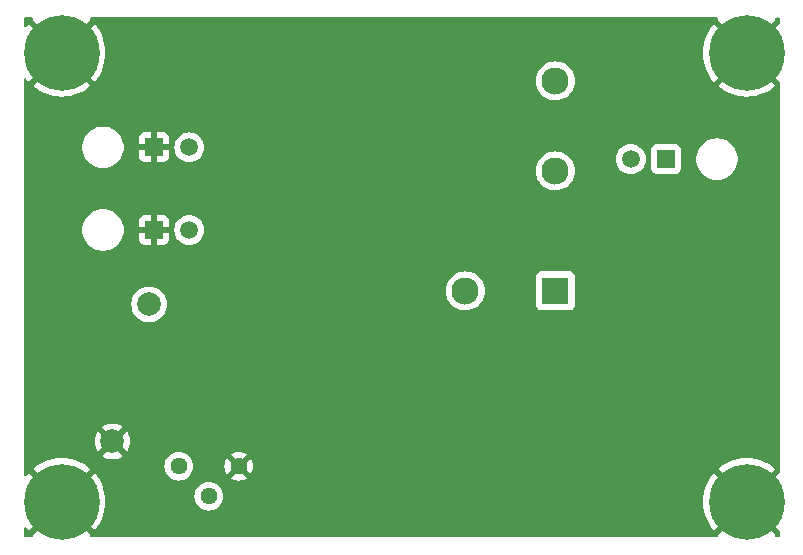
<source format=gbr>
%TF.GenerationSoftware,KiCad,Pcbnew,7.0.1*%
%TF.CreationDate,2023-05-29T21:51:14-06:00*%
%TF.ProjectId,Over_Voltage_Latch,4f766572-5f56-46f6-9c74-6167655f4c61,1*%
%TF.SameCoordinates,Original*%
%TF.FileFunction,Copper,L2,Bot*%
%TF.FilePolarity,Positive*%
%FSLAX46Y46*%
G04 Gerber Fmt 4.6, Leading zero omitted, Abs format (unit mm)*
G04 Created by KiCad (PCBNEW 7.0.1) date 2023-05-29 21:51:14*
%MOMM*%
%LPD*%
G01*
G04 APERTURE LIST*
%TA.AperFunction,ComponentPad*%
%ADD10C,0.800000*%
%TD*%
%TA.AperFunction,ComponentPad*%
%ADD11C,6.400000*%
%TD*%
%TA.AperFunction,ComponentPad*%
%ADD12C,2.000000*%
%TD*%
%TA.AperFunction,ComponentPad*%
%ADD13R,2.300000X2.300000*%
%TD*%
%TA.AperFunction,ComponentPad*%
%ADD14C,2.300000*%
%TD*%
%TA.AperFunction,ComponentPad*%
%ADD15R,1.520000X1.520000*%
%TD*%
%TA.AperFunction,ComponentPad*%
%ADD16C,1.520000*%
%TD*%
%TA.AperFunction,ComponentPad*%
%ADD17C,1.440000*%
%TD*%
%TA.AperFunction,ViaPad*%
%ADD18C,0.800000*%
%TD*%
G04 APERTURE END LIST*
D10*
%TO.P,H1,1,1*%
%TO.N,GND*%
X110800000Y-83000000D03*
X111502944Y-81302944D03*
X111502944Y-84697056D03*
X113200000Y-80600000D03*
D11*
X113200000Y-83000000D03*
D10*
X113200000Y-85400000D03*
X114897056Y-81302944D03*
X114897056Y-84697056D03*
X115600000Y-83000000D03*
%TD*%
D12*
%TO.P,TP2,1,1*%
%TO.N,GND*%
X117500000Y-115900000D03*
%TD*%
D13*
%TO.P,K1,1*%
%TO.N,Net-(D1-A)*%
X155000000Y-103160000D03*
D14*
%TO.P,K1,2*%
%TO.N,Net-(J3-Pin_2)*%
X155000000Y-93000000D03*
%TO.P,K1,3*%
%TO.N,Net-(J3-Pin_1)*%
X155000000Y-85380000D03*
%TO.P,K1,5*%
%TO.N,+12V*%
X147380000Y-103160000D03*
%TD*%
D10*
%TO.P,H2,1,1*%
%TO.N,GND*%
X110800000Y-121000000D03*
X111502944Y-119302944D03*
X111502944Y-122697056D03*
X113200000Y-118600000D03*
D11*
X113200000Y-121000000D03*
D10*
X113200000Y-123400000D03*
X114897056Y-119302944D03*
X114897056Y-122697056D03*
X115600000Y-121000000D03*
%TD*%
D15*
%TO.P,J3,1,Pin_1*%
%TO.N,Net-(J3-Pin_1)*%
X164390000Y-92000000D03*
D16*
%TO.P,J3,2,Pin_2*%
%TO.N,Net-(J3-Pin_2)*%
X161390000Y-92000000D03*
%TD*%
D10*
%TO.P,H4,1,1*%
%TO.N,GND*%
X168800000Y-121000000D03*
X169502944Y-119302944D03*
X169502944Y-122697056D03*
X171200000Y-118600000D03*
D11*
X171200000Y-121000000D03*
D10*
X171200000Y-123400000D03*
X172897056Y-119302944D03*
X172897056Y-122697056D03*
X173600000Y-121000000D03*
%TD*%
%TO.P,H3,1,1*%
%TO.N,GND*%
X168800000Y-83000000D03*
X169502944Y-81302944D03*
X169502944Y-84697056D03*
X171200000Y-80600000D03*
D11*
X171200000Y-83000000D03*
D10*
X171200000Y-85400000D03*
X172897056Y-81302944D03*
X172897056Y-84697056D03*
X173600000Y-83000000D03*
%TD*%
D17*
%TO.P,RV1,1,1*%
%TO.N,GND*%
X128200000Y-118000000D03*
%TO.P,RV1,2,2*%
%TO.N,Net-(U1-+)*%
X125660000Y-120540000D03*
%TO.P,RV1,3,3*%
%TO.N,Net-(U2-K)*%
X123120000Y-118000000D03*
%TD*%
D15*
%TO.P,J2,1,Pin_1*%
%TO.N,GND*%
X121010000Y-98000000D03*
D16*
%TO.P,J2,2,Pin_2*%
%TO.N,Net-(J2-Pin_2)*%
X124010000Y-98000000D03*
%TD*%
D12*
%TO.P,TP1,1,1*%
%TO.N,Net-(U1-+)*%
X120600000Y-104300000D03*
%TD*%
D15*
%TO.P,J1,1,Pin_1*%
%TO.N,GND*%
X121010000Y-91000000D03*
D16*
%TO.P,J1,2,Pin_2*%
%TO.N,+12V*%
X124010000Y-91000000D03*
%TD*%
D18*
%TO.N,GND*%
X155200000Y-112000000D03*
X135200000Y-97000000D03*
X128700000Y-92700000D03*
X126200000Y-105500000D03*
X143800000Y-101500000D03*
X126300000Y-112100000D03*
X124100000Y-82400000D03*
X132900000Y-103200000D03*
X140700000Y-104900000D03*
X123400000Y-114900000D03*
X138700000Y-99000000D03*
X148400000Y-117200000D03*
%TD*%
%TA.AperFunction,Conductor*%
%TO.N,GND*%
G36*
X110733761Y-80014718D02*
G01*
X110778447Y-80055380D01*
X110798615Y-80112331D01*
X110789476Y-80172053D01*
X110764985Y-80204670D01*
X110764648Y-80211096D01*
X113200000Y-82646447D01*
X113200001Y-82646447D01*
X115635350Y-80211096D01*
X115635013Y-80204670D01*
X115610523Y-80172053D01*
X115601384Y-80112331D01*
X115621552Y-80055380D01*
X115666238Y-80014718D01*
X115724834Y-80000000D01*
X168675165Y-80000000D01*
X168733761Y-80014718D01*
X168778447Y-80055380D01*
X168798615Y-80112331D01*
X168789476Y-80172053D01*
X168764985Y-80204670D01*
X168764648Y-80211096D01*
X171200000Y-82646447D01*
X171200001Y-82646447D01*
X173635350Y-80211096D01*
X173635013Y-80204670D01*
X173610523Y-80172053D01*
X173601384Y-80112331D01*
X173621552Y-80055380D01*
X173666238Y-80014718D01*
X173724834Y-80000000D01*
X173876000Y-80000000D01*
X173938000Y-80016613D01*
X173983387Y-80062000D01*
X174000000Y-80124000D01*
X174000000Y-80502189D01*
X173990561Y-80549642D01*
X173963681Y-80589870D01*
X171553553Y-83000000D01*
X173963681Y-85410129D01*
X173990561Y-85450357D01*
X174000000Y-85497810D01*
X174000000Y-118502189D01*
X173990561Y-118549642D01*
X173963681Y-118589870D01*
X171553553Y-121000000D01*
X173963681Y-123410129D01*
X173990561Y-123450357D01*
X174000000Y-123497810D01*
X174000000Y-123876000D01*
X173983387Y-123938000D01*
X173938000Y-123983387D01*
X173876000Y-124000000D01*
X173724832Y-124000000D01*
X173666236Y-123985282D01*
X173621550Y-123944621D01*
X173601382Y-123887669D01*
X173610521Y-123827948D01*
X173635013Y-123795327D01*
X173635350Y-123788903D01*
X171200000Y-121353553D01*
X168764648Y-123788903D01*
X168764985Y-123795329D01*
X168789477Y-123827948D01*
X168798616Y-123887669D01*
X168778448Y-123944620D01*
X168733762Y-123985282D01*
X168675166Y-124000000D01*
X115724832Y-124000000D01*
X115666236Y-123985282D01*
X115621550Y-123944621D01*
X115601382Y-123887669D01*
X115610521Y-123827948D01*
X115635013Y-123795327D01*
X115635350Y-123788903D01*
X113200000Y-121353553D01*
X110764648Y-123788903D01*
X110764985Y-123795329D01*
X110789477Y-123827948D01*
X110798616Y-123887669D01*
X110778448Y-123944620D01*
X110733762Y-123985282D01*
X110675166Y-124000000D01*
X110124000Y-124000000D01*
X110062000Y-123983387D01*
X110016613Y-123938000D01*
X110000000Y-123876000D01*
X110000000Y-123277853D01*
X110014718Y-123219257D01*
X110055380Y-123174571D01*
X110112331Y-123154403D01*
X110172052Y-123163542D01*
X110220366Y-123199818D01*
X110411095Y-123435350D01*
X110411096Y-123435350D01*
X112846447Y-121000001D01*
X112846447Y-121000000D01*
X113553553Y-121000000D01*
X115988902Y-123435349D01*
X116197473Y-123177786D01*
X116408690Y-122852543D01*
X116584757Y-122506990D01*
X116723739Y-122144931D01*
X116824114Y-121770325D01*
X116884780Y-121387288D01*
X116905077Y-121000000D01*
X116884780Y-120612711D01*
X116873264Y-120539999D01*
X124434837Y-120539999D01*
X124453450Y-120752744D01*
X124508724Y-120959031D01*
X124598979Y-121152582D01*
X124721471Y-121327520D01*
X124872479Y-121478528D01*
X125047417Y-121601020D01*
X125047418Y-121601020D01*
X125047419Y-121601021D01*
X125240970Y-121691276D01*
X125447253Y-121746549D01*
X125660000Y-121765162D01*
X125872747Y-121746549D01*
X126079030Y-121691276D01*
X126272581Y-121601021D01*
X126447519Y-121478529D01*
X126598529Y-121327519D01*
X126721021Y-121152581D01*
X126792171Y-121000000D01*
X167494922Y-121000000D01*
X167515219Y-121387288D01*
X167575885Y-121770325D01*
X167676260Y-122144931D01*
X167815242Y-122506990D01*
X167991309Y-122852543D01*
X168202530Y-123177792D01*
X168411095Y-123435350D01*
X168411096Y-123435350D01*
X170846447Y-121000001D01*
X170846447Y-121000000D01*
X168411096Y-118564648D01*
X168202526Y-118822214D01*
X167991309Y-119147456D01*
X167815242Y-119493009D01*
X167676260Y-119855068D01*
X167575885Y-120229674D01*
X167515219Y-120612711D01*
X167494922Y-121000000D01*
X126792171Y-121000000D01*
X126811276Y-120959030D01*
X126866549Y-120752747D01*
X126885162Y-120540000D01*
X126866549Y-120327253D01*
X126811276Y-120120970D01*
X126721021Y-119927419D01*
X126598529Y-119752481D01*
X126598528Y-119752479D01*
X126447520Y-119601471D01*
X126272582Y-119478979D01*
X126079031Y-119388724D01*
X125872744Y-119333450D01*
X125660000Y-119314837D01*
X125447255Y-119333450D01*
X125240968Y-119388724D01*
X125047417Y-119478979D01*
X124872479Y-119601471D01*
X124721471Y-119752479D01*
X124598979Y-119927417D01*
X124508724Y-120120968D01*
X124453450Y-120327255D01*
X124434837Y-120539999D01*
X116873264Y-120539999D01*
X116824114Y-120229674D01*
X116723739Y-119855068D01*
X116584757Y-119493009D01*
X116408690Y-119147456D01*
X116197469Y-118822207D01*
X115988904Y-118564649D01*
X115988903Y-118564648D01*
X113553553Y-121000000D01*
X112846447Y-121000000D01*
X110411096Y-118564648D01*
X110220367Y-118800182D01*
X110172052Y-118836458D01*
X110112331Y-118845597D01*
X110055380Y-118825429D01*
X110014718Y-118780743D01*
X110000000Y-118722147D01*
X110000000Y-118211096D01*
X110764648Y-118211096D01*
X113200000Y-120646447D01*
X113200001Y-120646447D01*
X115635350Y-118211096D01*
X115635350Y-118211095D01*
X115377792Y-118002530D01*
X115373896Y-118000000D01*
X121894837Y-118000000D01*
X121913450Y-118212744D01*
X121968724Y-118419031D01*
X122058979Y-118612582D01*
X122181471Y-118787520D01*
X122332479Y-118938528D01*
X122507417Y-119061020D01*
X122507418Y-119061020D01*
X122507419Y-119061021D01*
X122700970Y-119151276D01*
X122907253Y-119206549D01*
X123120000Y-119225162D01*
X123332747Y-119206549D01*
X123539030Y-119151276D01*
X123732581Y-119061021D01*
X123788905Y-119021583D01*
X127531967Y-119021583D01*
X127587670Y-119060587D01*
X127781138Y-119150802D01*
X127987342Y-119206055D01*
X128200000Y-119224660D01*
X128412657Y-119206055D01*
X128618861Y-119150802D01*
X128812325Y-119060589D01*
X128868030Y-119021583D01*
X128200001Y-118353553D01*
X128200000Y-118353553D01*
X127531967Y-119021583D01*
X123788905Y-119021583D01*
X123907519Y-118938529D01*
X124058529Y-118787519D01*
X124181021Y-118612581D01*
X124271276Y-118419030D01*
X124326549Y-118212747D01*
X124345162Y-118000000D01*
X124345162Y-117999999D01*
X126975339Y-117999999D01*
X126993944Y-118212657D01*
X127049197Y-118418861D01*
X127139410Y-118612326D01*
X127178415Y-118668030D01*
X127178416Y-118668031D01*
X127846447Y-118000001D01*
X128553553Y-118000001D01*
X129221583Y-118668030D01*
X129260589Y-118612325D01*
X129350802Y-118418861D01*
X129406055Y-118212657D01*
X129406192Y-118211096D01*
X168764648Y-118211096D01*
X171200000Y-120646447D01*
X171200001Y-120646447D01*
X173635350Y-118211096D01*
X173635350Y-118211095D01*
X173377792Y-118002530D01*
X173052543Y-117791309D01*
X172706990Y-117615242D01*
X172344931Y-117476260D01*
X171970325Y-117375885D01*
X171587288Y-117315219D01*
X171200000Y-117294922D01*
X170812711Y-117315219D01*
X170429674Y-117375885D01*
X170055068Y-117476260D01*
X169693009Y-117615242D01*
X169347456Y-117791309D01*
X169022214Y-118002526D01*
X168764648Y-118211096D01*
X129406192Y-118211096D01*
X129424660Y-117999999D01*
X129406055Y-117787342D01*
X129350802Y-117581138D01*
X129260587Y-117387670D01*
X129221583Y-117331967D01*
X128553553Y-118000000D01*
X128553553Y-118000001D01*
X127846447Y-118000001D01*
X127846447Y-117999999D01*
X127178415Y-117331967D01*
X127178414Y-117331967D01*
X127139411Y-117387672D01*
X127049197Y-117581138D01*
X126993944Y-117787342D01*
X126975339Y-117999999D01*
X124345162Y-117999999D01*
X124326549Y-117787253D01*
X124271276Y-117580970D01*
X124181021Y-117387419D01*
X124142193Y-117331967D01*
X124058528Y-117212479D01*
X123907520Y-117061471D01*
X123788901Y-116978414D01*
X127531967Y-116978414D01*
X128200000Y-117646447D01*
X128200001Y-117646447D01*
X128868031Y-116978416D01*
X128868030Y-116978415D01*
X128812326Y-116939410D01*
X128618861Y-116849197D01*
X128412657Y-116793944D01*
X128200000Y-116775339D01*
X127987342Y-116793944D01*
X127781138Y-116849197D01*
X127587672Y-116939411D01*
X127531967Y-116978414D01*
X123788901Y-116978414D01*
X123732582Y-116938979D01*
X123539031Y-116848724D01*
X123332744Y-116793450D01*
X123120000Y-116774837D01*
X122907255Y-116793450D01*
X122700968Y-116848724D01*
X122507417Y-116938979D01*
X122332479Y-117061471D01*
X122181471Y-117212479D01*
X122058979Y-117387417D01*
X121968724Y-117580968D01*
X121913450Y-117787255D01*
X121894837Y-118000000D01*
X115373896Y-118000000D01*
X115052543Y-117791309D01*
X114706990Y-117615242D01*
X114344931Y-117476260D01*
X113970325Y-117375885D01*
X113587288Y-117315219D01*
X113200000Y-117294922D01*
X112812711Y-117315219D01*
X112429674Y-117375885D01*
X112055068Y-117476260D01*
X111693009Y-117615242D01*
X111347456Y-117791309D01*
X111022214Y-118002526D01*
X110764648Y-118211096D01*
X110000000Y-118211096D01*
X110000000Y-117123610D01*
X116629942Y-117123610D01*
X116676766Y-117160055D01*
X116895393Y-117278368D01*
X117130506Y-117359083D01*
X117375707Y-117400000D01*
X117624293Y-117400000D01*
X117869493Y-117359083D01*
X118104606Y-117278368D01*
X118323233Y-117160053D01*
X118370056Y-117123609D01*
X117500000Y-116253553D01*
X116629942Y-117123609D01*
X116629942Y-117123610D01*
X110000000Y-117123610D01*
X110000000Y-115900000D01*
X115994858Y-115900000D01*
X116015386Y-116147732D01*
X116076413Y-116388721D01*
X116176268Y-116616370D01*
X116276563Y-116769882D01*
X116276564Y-116769882D01*
X117146447Y-115900001D01*
X117853553Y-115900001D01*
X118723434Y-116769882D01*
X118823730Y-116616369D01*
X118923586Y-116388721D01*
X118984613Y-116147732D01*
X119005141Y-115900000D01*
X118984613Y-115652267D01*
X118923586Y-115411278D01*
X118823730Y-115183630D01*
X118723434Y-115030116D01*
X117853553Y-115900000D01*
X117853553Y-115900001D01*
X117146447Y-115900001D01*
X117146447Y-115900000D01*
X116276564Y-115030116D01*
X116176266Y-115183634D01*
X116076413Y-115411278D01*
X116015386Y-115652267D01*
X115994858Y-115900000D01*
X110000000Y-115900000D01*
X110000000Y-114676390D01*
X116629942Y-114676390D01*
X117500000Y-115546447D01*
X117500001Y-115546447D01*
X118370057Y-114676390D01*
X118370056Y-114676388D01*
X118323235Y-114639947D01*
X118104606Y-114521631D01*
X117869493Y-114440916D01*
X117624293Y-114400000D01*
X117375707Y-114400000D01*
X117130506Y-114440916D01*
X116895393Y-114521631D01*
X116676764Y-114639946D01*
X116629942Y-114676388D01*
X116629942Y-114676390D01*
X110000000Y-114676390D01*
X110000000Y-104299999D01*
X119094356Y-104299999D01*
X119114891Y-104547816D01*
X119114891Y-104547819D01*
X119114892Y-104547821D01*
X119175937Y-104788881D01*
X119187659Y-104815604D01*
X119275825Y-105016604D01*
X119275827Y-105016607D01*
X119411836Y-105224785D01*
X119580256Y-105407738D01*
X119580259Y-105407740D01*
X119776485Y-105560470D01*
X119776487Y-105560471D01*
X119776491Y-105560474D01*
X119995190Y-105678828D01*
X120230386Y-105759571D01*
X120475665Y-105800500D01*
X120724335Y-105800500D01*
X120969614Y-105759571D01*
X121204810Y-105678828D01*
X121423509Y-105560474D01*
X121619744Y-105407738D01*
X121788164Y-105224785D01*
X121924173Y-105016607D01*
X122024063Y-104788881D01*
X122085108Y-104547821D01*
X122105643Y-104300000D01*
X122085108Y-104052179D01*
X122024063Y-103811119D01*
X121924173Y-103583393D01*
X121788164Y-103375215D01*
X121619744Y-103192262D01*
X121578294Y-103160000D01*
X145724396Y-103160000D01*
X145744779Y-103418995D01*
X145805426Y-103671610D01*
X145863213Y-103811117D01*
X145904846Y-103911628D01*
X145990978Y-104052183D01*
X146040590Y-104133143D01*
X146107567Y-104211563D01*
X146209311Y-104330689D01*
X146406860Y-104499412D01*
X146628372Y-104635154D01*
X146808385Y-104709718D01*
X146868389Y-104734573D01*
X146948197Y-104753733D01*
X147121006Y-104795221D01*
X147380000Y-104815604D01*
X147638994Y-104795221D01*
X147891610Y-104734573D01*
X148131628Y-104635154D01*
X148353140Y-104499412D01*
X148518865Y-104357869D01*
X153349500Y-104357869D01*
X153355909Y-104417483D01*
X153406204Y-104552331D01*
X153492454Y-104667546D01*
X153607669Y-104753796D01*
X153742517Y-104804091D01*
X153802127Y-104810500D01*
X156197872Y-104810499D01*
X156257483Y-104804091D01*
X156392331Y-104753796D01*
X156507546Y-104667546D01*
X156593796Y-104552331D01*
X156644091Y-104417483D01*
X156650500Y-104357873D01*
X156650499Y-101962128D01*
X156644091Y-101902517D01*
X156593796Y-101767669D01*
X156507546Y-101652454D01*
X156392331Y-101566204D01*
X156257483Y-101515909D01*
X156197873Y-101509500D01*
X156197869Y-101509500D01*
X153802130Y-101509500D01*
X153742515Y-101515909D01*
X153607669Y-101566204D01*
X153492454Y-101652454D01*
X153406204Y-101767668D01*
X153355909Y-101902516D01*
X153349500Y-101962130D01*
X153349500Y-104357869D01*
X148518865Y-104357869D01*
X148550689Y-104330689D01*
X148719412Y-104133140D01*
X148855154Y-103911628D01*
X148954573Y-103671610D01*
X149015221Y-103418994D01*
X149035604Y-103160000D01*
X149015221Y-102901006D01*
X148954573Y-102648390D01*
X148855154Y-102408372D01*
X148719412Y-102186860D01*
X148550689Y-101989311D01*
X148431563Y-101887567D01*
X148353143Y-101820590D01*
X148353140Y-101820588D01*
X148131628Y-101684846D01*
X148036470Y-101645430D01*
X147891610Y-101585426D01*
X147638995Y-101524779D01*
X147380000Y-101504396D01*
X147121004Y-101524779D01*
X146868389Y-101585426D01*
X146663524Y-101670285D01*
X146628372Y-101684846D01*
X146484359Y-101773096D01*
X146406856Y-101820590D01*
X146209311Y-101989311D01*
X146040590Y-102186856D01*
X146040588Y-102186860D01*
X145904846Y-102408372D01*
X145904845Y-102408375D01*
X145805426Y-102648389D01*
X145744779Y-102901004D01*
X145724396Y-103160000D01*
X121578294Y-103160000D01*
X121423514Y-103039529D01*
X121423510Y-103039526D01*
X121423509Y-103039526D01*
X121204810Y-102921172D01*
X121204806Y-102921170D01*
X121204805Y-102921170D01*
X120969615Y-102840429D01*
X120724335Y-102799500D01*
X120475665Y-102799500D01*
X120230384Y-102840429D01*
X119995194Y-102921170D01*
X119776485Y-103039529D01*
X119580259Y-103192259D01*
X119411837Y-103375214D01*
X119275825Y-103583395D01*
X119175938Y-103811117D01*
X119114891Y-104052183D01*
X119094356Y-104299999D01*
X110000000Y-104299999D01*
X110000000Y-98131182D01*
X114959500Y-98131182D01*
X114998604Y-98390615D01*
X115075937Y-98641323D01*
X115189772Y-98877704D01*
X115325766Y-99077170D01*
X115337571Y-99094485D01*
X115496079Y-99265315D01*
X115516019Y-99286805D01*
X115721143Y-99450386D01*
X115948357Y-99581568D01*
X116192584Y-99677420D01*
X116448370Y-99735802D01*
X116504408Y-99740001D01*
X116644501Y-99750500D01*
X116644506Y-99750500D01*
X116775494Y-99750500D01*
X116775499Y-99750500D01*
X116898079Y-99741313D01*
X116971630Y-99735802D01*
X117227416Y-99677420D01*
X117471643Y-99581568D01*
X117698857Y-99450386D01*
X117903981Y-99286805D01*
X118003273Y-99179792D01*
X118082428Y-99094485D01*
X118082429Y-99094482D01*
X118082433Y-99094479D01*
X118230228Y-98877704D01*
X118344063Y-98641323D01*
X118421396Y-98390615D01*
X118442591Y-98250000D01*
X119750000Y-98250000D01*
X119750000Y-98807824D01*
X119756402Y-98867375D01*
X119806647Y-99002089D01*
X119892811Y-99117188D01*
X120007910Y-99203352D01*
X120142624Y-99253597D01*
X120202176Y-99260000D01*
X120760000Y-99260000D01*
X120760000Y-98250000D01*
X121260000Y-98250000D01*
X121260000Y-99260000D01*
X121817824Y-99260000D01*
X121877375Y-99253597D01*
X122012089Y-99203352D01*
X122127188Y-99117188D01*
X122213352Y-99002089D01*
X122263597Y-98867375D01*
X122270000Y-98807824D01*
X122270000Y-98250000D01*
X121260000Y-98250000D01*
X120760000Y-98250000D01*
X119750000Y-98250000D01*
X118442591Y-98250000D01*
X118460500Y-98131182D01*
X118460500Y-97999999D01*
X122744684Y-97999999D01*
X122763907Y-98219717D01*
X122792450Y-98326241D01*
X122809699Y-98390615D01*
X122820994Y-98432766D01*
X122914204Y-98632657D01*
X122920272Y-98641323D01*
X123040712Y-98813329D01*
X123196671Y-98969288D01*
X123377342Y-99095795D01*
X123577237Y-99189007D01*
X123790280Y-99246092D01*
X124010000Y-99265315D01*
X124229720Y-99246092D01*
X124442763Y-99189007D01*
X124642658Y-99095795D01*
X124823329Y-98969288D01*
X124979288Y-98813329D01*
X125105795Y-98632658D01*
X125199007Y-98432763D01*
X125256092Y-98219720D01*
X125275315Y-98000000D01*
X125256092Y-97780280D01*
X125199007Y-97567237D01*
X125105795Y-97367343D01*
X124983143Y-97192176D01*
X124979288Y-97186670D01*
X124823329Y-97030712D01*
X124642657Y-96904204D01*
X124442766Y-96810994D01*
X124442763Y-96810993D01*
X124336241Y-96782450D01*
X124229717Y-96753907D01*
X124010000Y-96734684D01*
X123790282Y-96753907D01*
X123577235Y-96810993D01*
X123377341Y-96904205D01*
X123196669Y-97030712D01*
X123040712Y-97186669D01*
X122914205Y-97367341D01*
X122820993Y-97567235D01*
X122763907Y-97780282D01*
X122744684Y-97999999D01*
X118460500Y-97999999D01*
X118460500Y-97868818D01*
X118442591Y-97750000D01*
X119750000Y-97750000D01*
X120760000Y-97750000D01*
X120760000Y-96740000D01*
X121260000Y-96740000D01*
X121260000Y-97750000D01*
X122270000Y-97750000D01*
X122270000Y-97192176D01*
X122263597Y-97132624D01*
X122213352Y-96997910D01*
X122127188Y-96882811D01*
X122012089Y-96796647D01*
X121877375Y-96746402D01*
X121817824Y-96740000D01*
X121260000Y-96740000D01*
X120760000Y-96740000D01*
X120202176Y-96740000D01*
X120142624Y-96746402D01*
X120007910Y-96796647D01*
X119892811Y-96882811D01*
X119806647Y-96997910D01*
X119756402Y-97132624D01*
X119750000Y-97192176D01*
X119750000Y-97750000D01*
X118442591Y-97750000D01*
X118421396Y-97609385D01*
X118344063Y-97358677D01*
X118230228Y-97122296D01*
X118082433Y-96905521D01*
X118082432Y-96905520D01*
X118082428Y-96905514D01*
X117903984Y-96713198D01*
X117903983Y-96713197D01*
X117903981Y-96713195D01*
X117698857Y-96549614D01*
X117698856Y-96549613D01*
X117471641Y-96418431D01*
X117227418Y-96322580D01*
X116971627Y-96264197D01*
X116775499Y-96249500D01*
X116775494Y-96249500D01*
X116644506Y-96249500D01*
X116644501Y-96249500D01*
X116448372Y-96264197D01*
X116192581Y-96322580D01*
X115948358Y-96418431D01*
X115721143Y-96549613D01*
X115516015Y-96713198D01*
X115337571Y-96905514D01*
X115274577Y-96997910D01*
X115189772Y-97122296D01*
X115075937Y-97358677D01*
X114998604Y-97609385D01*
X114959500Y-97868818D01*
X114959500Y-98131182D01*
X110000000Y-98131182D01*
X110000000Y-93000000D01*
X153344396Y-93000000D01*
X153364779Y-93258995D01*
X153425426Y-93511610D01*
X153485430Y-93656470D01*
X153524846Y-93751628D01*
X153660588Y-93973140D01*
X153660590Y-93973143D01*
X153727567Y-94051563D01*
X153829311Y-94170689D01*
X154026860Y-94339412D01*
X154248372Y-94475154D01*
X154428385Y-94549718D01*
X154488389Y-94574573D01*
X154568197Y-94593733D01*
X154741006Y-94635221D01*
X155000000Y-94655604D01*
X155258994Y-94635221D01*
X155511610Y-94574573D01*
X155751628Y-94475154D01*
X155973140Y-94339412D01*
X156170689Y-94170689D01*
X156339412Y-93973140D01*
X156475154Y-93751628D01*
X156574573Y-93511610D01*
X156635221Y-93258994D01*
X156655604Y-93000000D01*
X156635221Y-92741006D01*
X156574573Y-92488390D01*
X156551531Y-92432763D01*
X156534073Y-92390615D01*
X156475154Y-92248372D01*
X156339412Y-92026860D01*
X156316471Y-92000000D01*
X160124684Y-92000000D01*
X160143907Y-92219717D01*
X160143908Y-92219720D01*
X160189699Y-92390615D01*
X160200994Y-92432766D01*
X160294204Y-92632657D01*
X160370071Y-92741006D01*
X160420712Y-92813329D01*
X160576671Y-92969288D01*
X160757342Y-93095795D01*
X160957237Y-93189007D01*
X161170280Y-93246092D01*
X161390000Y-93265315D01*
X161609720Y-93246092D01*
X161822763Y-93189007D01*
X162022658Y-93095795D01*
X162203329Y-92969288D01*
X162359288Y-92813329D01*
X162363111Y-92807869D01*
X163129500Y-92807869D01*
X163135909Y-92867483D01*
X163186204Y-93002331D01*
X163272454Y-93117546D01*
X163387669Y-93203796D01*
X163522517Y-93254091D01*
X163582127Y-93260500D01*
X165197872Y-93260499D01*
X165257483Y-93254091D01*
X165392331Y-93203796D01*
X165507546Y-93117546D01*
X165593796Y-93002331D01*
X165644091Y-92867483D01*
X165650500Y-92807873D01*
X165650500Y-92131182D01*
X166939500Y-92131182D01*
X166978604Y-92390615D01*
X167055937Y-92641323D01*
X167169772Y-92877704D01*
X167305766Y-93077170D01*
X167317571Y-93094485D01*
X167476079Y-93265315D01*
X167496019Y-93286805D01*
X167701143Y-93450386D01*
X167928357Y-93581568D01*
X168172584Y-93677420D01*
X168428370Y-93735802D01*
X168484408Y-93740001D01*
X168624501Y-93750500D01*
X168624506Y-93750500D01*
X168755494Y-93750500D01*
X168755499Y-93750500D01*
X168878078Y-93741313D01*
X168951630Y-93735802D01*
X169207416Y-93677420D01*
X169451643Y-93581568D01*
X169678857Y-93450386D01*
X169883981Y-93286805D01*
X170061212Y-93095795D01*
X170062428Y-93094485D01*
X170062429Y-93094482D01*
X170062433Y-93094479D01*
X170210228Y-92877704D01*
X170324063Y-92641323D01*
X170401396Y-92390615D01*
X170440500Y-92131182D01*
X170440500Y-91868818D01*
X170401396Y-91609385D01*
X170324063Y-91358677D01*
X170210228Y-91122296D01*
X170062433Y-90905521D01*
X170062432Y-90905520D01*
X170062428Y-90905514D01*
X169883984Y-90713198D01*
X169883983Y-90713197D01*
X169883981Y-90713195D01*
X169678857Y-90549614D01*
X169678856Y-90549613D01*
X169451641Y-90418431D01*
X169207418Y-90322580D01*
X168951627Y-90264197D01*
X168755499Y-90249500D01*
X168755494Y-90249500D01*
X168624506Y-90249500D01*
X168624501Y-90249500D01*
X168428372Y-90264197D01*
X168172581Y-90322580D01*
X167928358Y-90418431D01*
X167701143Y-90549613D01*
X167496015Y-90713198D01*
X167317571Y-90905514D01*
X167254742Y-90997668D01*
X167169772Y-91122296D01*
X167055937Y-91358677D01*
X166978604Y-91609385D01*
X166939500Y-91868818D01*
X166939500Y-92131182D01*
X165650500Y-92131182D01*
X165650499Y-91192128D01*
X165644091Y-91132517D01*
X165593796Y-90997669D01*
X165507546Y-90882454D01*
X165392331Y-90796204D01*
X165257483Y-90745909D01*
X165197873Y-90739500D01*
X165197869Y-90739500D01*
X163582130Y-90739500D01*
X163522515Y-90745909D01*
X163387669Y-90796204D01*
X163272454Y-90882454D01*
X163186204Y-90997668D01*
X163135909Y-91132516D01*
X163129500Y-91192130D01*
X163129500Y-92807869D01*
X162363111Y-92807869D01*
X162485795Y-92632658D01*
X162579007Y-92432763D01*
X162636092Y-92219720D01*
X162655315Y-92000000D01*
X162636092Y-91780280D01*
X162579007Y-91567237D01*
X162485795Y-91367343D01*
X162479727Y-91358677D01*
X162359288Y-91186670D01*
X162203329Y-91030712D01*
X162022657Y-90904204D01*
X161822766Y-90810994D01*
X161822763Y-90810993D01*
X161708141Y-90780280D01*
X161609717Y-90753907D01*
X161390000Y-90734684D01*
X161170282Y-90753907D01*
X160957235Y-90810993D01*
X160757341Y-90904205D01*
X160576669Y-91030712D01*
X160420712Y-91186669D01*
X160294205Y-91367341D01*
X160200993Y-91567235D01*
X160143907Y-91780282D01*
X160124684Y-92000000D01*
X156316471Y-92000000D01*
X156289813Y-91968787D01*
X156170689Y-91829311D01*
X156051563Y-91727567D01*
X155973143Y-91660590D01*
X155941702Y-91641323D01*
X155751628Y-91524846D01*
X155656470Y-91485430D01*
X155511610Y-91425426D01*
X155258995Y-91364779D01*
X155000000Y-91344396D01*
X154741004Y-91364779D01*
X154488389Y-91425426D01*
X154283524Y-91510285D01*
X154248372Y-91524846D01*
X154110416Y-91609385D01*
X154026856Y-91660590D01*
X153829311Y-91829311D01*
X153660590Y-92026856D01*
X153660588Y-92026860D01*
X153524846Y-92248372D01*
X153524845Y-92248375D01*
X153425426Y-92488389D01*
X153364779Y-92741004D01*
X153344396Y-93000000D01*
X110000000Y-93000000D01*
X110000000Y-91131182D01*
X114959500Y-91131182D01*
X114998604Y-91390615D01*
X115075937Y-91641323D01*
X115189772Y-91877704D01*
X115291465Y-92026860D01*
X115337571Y-92094485D01*
X115496079Y-92265315D01*
X115516019Y-92286805D01*
X115721143Y-92450386D01*
X115948357Y-92581568D01*
X116192584Y-92677420D01*
X116448370Y-92735802D01*
X116504408Y-92740001D01*
X116644501Y-92750500D01*
X116644506Y-92750500D01*
X116775494Y-92750500D01*
X116775499Y-92750500D01*
X116902212Y-92741004D01*
X116971630Y-92735802D01*
X117227416Y-92677420D01*
X117471643Y-92581568D01*
X117698857Y-92450386D01*
X117903981Y-92286805D01*
X118048378Y-92131182D01*
X118082428Y-92094485D01*
X118082429Y-92094482D01*
X118082433Y-92094479D01*
X118230228Y-91877704D01*
X118344063Y-91641323D01*
X118421396Y-91390615D01*
X118442591Y-91250000D01*
X119750000Y-91250000D01*
X119750000Y-91807824D01*
X119756402Y-91867375D01*
X119806647Y-92002089D01*
X119892811Y-92117188D01*
X120007910Y-92203352D01*
X120142624Y-92253597D01*
X120202176Y-92260000D01*
X120760000Y-92260000D01*
X120760000Y-91250000D01*
X121260000Y-91250000D01*
X121260000Y-92260000D01*
X121817824Y-92260000D01*
X121877375Y-92253597D01*
X122012089Y-92203352D01*
X122127188Y-92117188D01*
X122213352Y-92002089D01*
X122263597Y-91867375D01*
X122270000Y-91807824D01*
X122270000Y-91250000D01*
X121260000Y-91250000D01*
X120760000Y-91250000D01*
X119750000Y-91250000D01*
X118442591Y-91250000D01*
X118460500Y-91131182D01*
X118460500Y-90999999D01*
X122744684Y-90999999D01*
X122763907Y-91219717D01*
X122792450Y-91326241D01*
X122809699Y-91390615D01*
X122820994Y-91432766D01*
X122914204Y-91632657D01*
X122920272Y-91641323D01*
X123040712Y-91813329D01*
X123196671Y-91969288D01*
X123377342Y-92095795D01*
X123577237Y-92189007D01*
X123790280Y-92246092D01*
X124010000Y-92265315D01*
X124229720Y-92246092D01*
X124442763Y-92189007D01*
X124642658Y-92095795D01*
X124823329Y-91969288D01*
X124979288Y-91813329D01*
X125105795Y-91632658D01*
X125199007Y-91432763D01*
X125256092Y-91219720D01*
X125275315Y-91000000D01*
X125256092Y-90780280D01*
X125199007Y-90567237D01*
X125105795Y-90367343D01*
X125033572Y-90264197D01*
X124979288Y-90186670D01*
X124823329Y-90030712D01*
X124642657Y-89904204D01*
X124442766Y-89810994D01*
X124442763Y-89810993D01*
X124336241Y-89782450D01*
X124229717Y-89753907D01*
X124010000Y-89734684D01*
X123790282Y-89753907D01*
X123577235Y-89810993D01*
X123377341Y-89904205D01*
X123196669Y-90030712D01*
X123040712Y-90186669D01*
X122914205Y-90367341D01*
X122820993Y-90567235D01*
X122763907Y-90780282D01*
X122744684Y-90999999D01*
X118460500Y-90999999D01*
X118460500Y-90868818D01*
X118442591Y-90750000D01*
X119750000Y-90750000D01*
X120760000Y-90750000D01*
X120760000Y-89740000D01*
X121260000Y-89740000D01*
X121260000Y-90750000D01*
X122270000Y-90750000D01*
X122270000Y-90192176D01*
X122263597Y-90132624D01*
X122213352Y-89997910D01*
X122127188Y-89882811D01*
X122012089Y-89796647D01*
X121877375Y-89746402D01*
X121817824Y-89740000D01*
X121260000Y-89740000D01*
X120760000Y-89740000D01*
X120202176Y-89740000D01*
X120142624Y-89746402D01*
X120007910Y-89796647D01*
X119892811Y-89882811D01*
X119806647Y-89997910D01*
X119756402Y-90132624D01*
X119750000Y-90192176D01*
X119750000Y-90750000D01*
X118442591Y-90750000D01*
X118421396Y-90609385D01*
X118344063Y-90358677D01*
X118230228Y-90122296D01*
X118082433Y-89905521D01*
X118082432Y-89905520D01*
X118082428Y-89905514D01*
X117903984Y-89713198D01*
X117903983Y-89713197D01*
X117903981Y-89713195D01*
X117698857Y-89549614D01*
X117698856Y-89549613D01*
X117471641Y-89418431D01*
X117227418Y-89322580D01*
X116971627Y-89264197D01*
X116775499Y-89249500D01*
X116775494Y-89249500D01*
X116644506Y-89249500D01*
X116644501Y-89249500D01*
X116448372Y-89264197D01*
X116192581Y-89322580D01*
X115948358Y-89418431D01*
X115721143Y-89549613D01*
X115516015Y-89713198D01*
X115337571Y-89905514D01*
X115274577Y-89997910D01*
X115189772Y-90122296D01*
X115075937Y-90358677D01*
X114998604Y-90609385D01*
X114959500Y-90868818D01*
X114959500Y-91131182D01*
X110000000Y-91131182D01*
X110000000Y-85788903D01*
X110764648Y-85788903D01*
X110764649Y-85788904D01*
X111022207Y-85997469D01*
X111347456Y-86208690D01*
X111693009Y-86384757D01*
X112055068Y-86523739D01*
X112429674Y-86624114D01*
X112812711Y-86684780D01*
X113200000Y-86705077D01*
X113587288Y-86684780D01*
X113970325Y-86624114D01*
X114344931Y-86523739D01*
X114706990Y-86384757D01*
X115052543Y-86208690D01*
X115377786Y-85997473D01*
X115635349Y-85788902D01*
X113200000Y-83353553D01*
X110764648Y-85788903D01*
X110000000Y-85788903D01*
X110000000Y-85277853D01*
X110014718Y-85219257D01*
X110055380Y-85174571D01*
X110112331Y-85154403D01*
X110172052Y-85163542D01*
X110220366Y-85199818D01*
X110411095Y-85435350D01*
X110411096Y-85435350D01*
X112846447Y-83000001D01*
X112846447Y-83000000D01*
X113553553Y-83000000D01*
X115988902Y-85435349D01*
X116033723Y-85380000D01*
X153344396Y-85380000D01*
X153364779Y-85638995D01*
X153425426Y-85891610D01*
X153469275Y-85997469D01*
X153524846Y-86131628D01*
X153660588Y-86353140D01*
X153660590Y-86353143D01*
X153727567Y-86431563D01*
X153829311Y-86550689D01*
X154026860Y-86719412D01*
X154248372Y-86855154D01*
X154428385Y-86929718D01*
X154488389Y-86954573D01*
X154568197Y-86973733D01*
X154741006Y-87015221D01*
X155000000Y-87035604D01*
X155258994Y-87015221D01*
X155511610Y-86954573D01*
X155751628Y-86855154D01*
X155973140Y-86719412D01*
X156170689Y-86550689D01*
X156339412Y-86353140D01*
X156475154Y-86131628D01*
X156574573Y-85891610D01*
X156599231Y-85788903D01*
X168764648Y-85788903D01*
X168764649Y-85788904D01*
X169022207Y-85997469D01*
X169347456Y-86208690D01*
X169693009Y-86384757D01*
X170055068Y-86523739D01*
X170429674Y-86624114D01*
X170812711Y-86684780D01*
X171200000Y-86705077D01*
X171587288Y-86684780D01*
X171970325Y-86624114D01*
X172344931Y-86523739D01*
X172706990Y-86384757D01*
X173052543Y-86208690D01*
X173377786Y-85997473D01*
X173635349Y-85788902D01*
X171200000Y-83353553D01*
X168764648Y-85788903D01*
X156599231Y-85788903D01*
X156635221Y-85638994D01*
X156655604Y-85380000D01*
X156635221Y-85121006D01*
X156574573Y-84868390D01*
X156475154Y-84628372D01*
X156339412Y-84406860D01*
X156170689Y-84209311D01*
X156051563Y-84107567D01*
X155973143Y-84040590D01*
X155973140Y-84040588D01*
X155751628Y-83904846D01*
X155656470Y-83865430D01*
X155511610Y-83805426D01*
X155258995Y-83744779D01*
X155000000Y-83724396D01*
X154741004Y-83744779D01*
X154488389Y-83805426D01*
X154283524Y-83890285D01*
X154248372Y-83904846D01*
X154104359Y-83993096D01*
X154026856Y-84040590D01*
X153829311Y-84209311D01*
X153660590Y-84406856D01*
X153660588Y-84406860D01*
X153524846Y-84628372D01*
X153524845Y-84628375D01*
X153425426Y-84868389D01*
X153364779Y-85121004D01*
X153344396Y-85380000D01*
X116033723Y-85380000D01*
X116197473Y-85177786D01*
X116408690Y-84852543D01*
X116584757Y-84506990D01*
X116723739Y-84144931D01*
X116824114Y-83770325D01*
X116884780Y-83387288D01*
X116905077Y-83000000D01*
X116905077Y-82999999D01*
X167494922Y-82999999D01*
X167515219Y-83387288D01*
X167575885Y-83770325D01*
X167676260Y-84144931D01*
X167815242Y-84506990D01*
X167991309Y-84852543D01*
X168202530Y-85177792D01*
X168411095Y-85435350D01*
X168411096Y-85435350D01*
X170846447Y-83000001D01*
X170846447Y-83000000D01*
X168411096Y-80564648D01*
X168202526Y-80822214D01*
X167991309Y-81147456D01*
X167815242Y-81493009D01*
X167676260Y-81855068D01*
X167575885Y-82229674D01*
X167515219Y-82612711D01*
X167494922Y-82999999D01*
X116905077Y-82999999D01*
X116884780Y-82612711D01*
X116824114Y-82229674D01*
X116723739Y-81855068D01*
X116584757Y-81493009D01*
X116408690Y-81147456D01*
X116197469Y-80822207D01*
X115988904Y-80564649D01*
X115988903Y-80564648D01*
X113553553Y-83000000D01*
X112846447Y-83000000D01*
X110411096Y-80564648D01*
X110220367Y-80800182D01*
X110172052Y-80836458D01*
X110112331Y-80845597D01*
X110055380Y-80825429D01*
X110014718Y-80780743D01*
X110000000Y-80722147D01*
X110000000Y-80124000D01*
X110016613Y-80062000D01*
X110062000Y-80016613D01*
X110124000Y-80000000D01*
X110675165Y-80000000D01*
X110733761Y-80014718D01*
G37*
%TD.AperFunction*%
%TD*%
M02*

</source>
